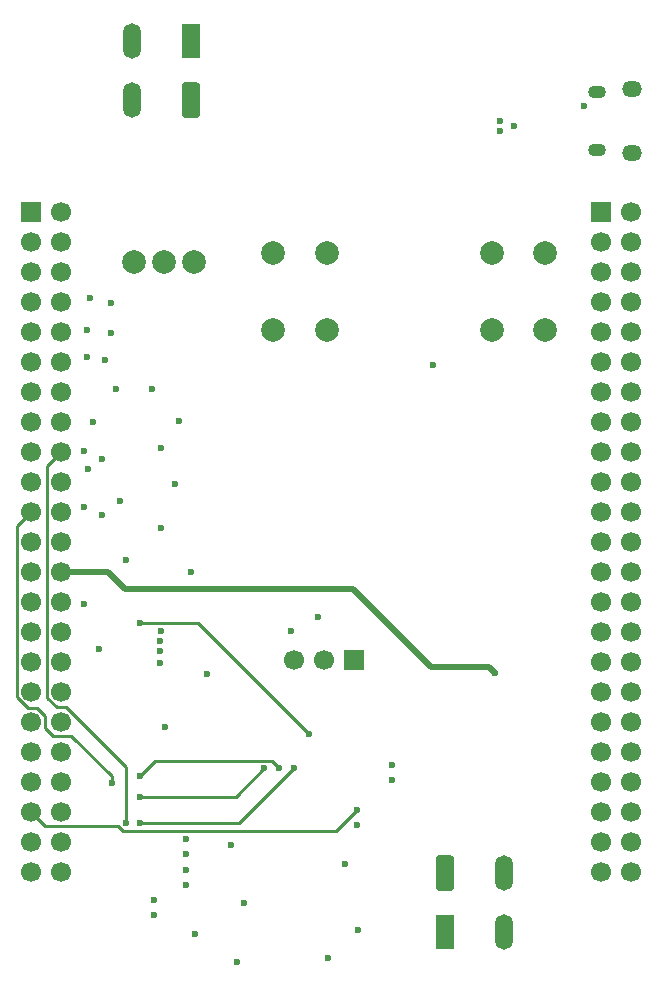
<source format=gbr>
%TF.GenerationSoftware,KiCad,Pcbnew,9.0.1+1*%
%TF.CreationDate,2025-11-21T01:45:49+00:00*%
%TF.ProjectId,com4bbb,636f6d34-6262-4622-9e6b-696361645f70,rev?*%
%TF.SameCoordinates,Original*%
%TF.FileFunction,Copper,L2,Inr*%
%TF.FilePolarity,Positive*%
%FSLAX46Y46*%
G04 Gerber Fmt 4.6, Leading zero omitted, Abs format (unit mm)*
G04 Created by KiCad (PCBNEW 9.0.1+1) date 2025-11-21 01:45:49*
%MOMM*%
%LPD*%
G01*
G04 APERTURE LIST*
G04 Aperture macros list*
%AMRoundRect*
0 Rectangle with rounded corners*
0 $1 Rounding radius*
0 $2 $3 $4 $5 $6 $7 $8 $9 X,Y pos of 4 corners*
0 Add a 4 corners polygon primitive as box body*
4,1,4,$2,$3,$4,$5,$6,$7,$8,$9,$2,$3,0*
0 Add four circle primitives for the rounded corners*
1,1,$1+$1,$2,$3*
1,1,$1+$1,$4,$5*
1,1,$1+$1,$6,$7*
1,1,$1+$1,$8,$9*
0 Add four rect primitives between the rounded corners*
20,1,$1+$1,$2,$3,$4,$5,0*
20,1,$1+$1,$4,$5,$6,$7,0*
20,1,$1+$1,$6,$7,$8,$9,0*
20,1,$1+$1,$8,$9,$2,$3,0*%
G04 Aperture macros list end*
%TA.AperFunction,ComponentPad*%
%ADD10R,1.700000X1.700000*%
%TD*%
%TA.AperFunction,ComponentPad*%
%ADD11C,1.700000*%
%TD*%
%TA.AperFunction,ComponentPad*%
%ADD12RoundRect,0.250001X-0.499999X-1.249999X0.499999X-1.249999X0.499999X1.249999X-0.499999X1.249999X0*%
%TD*%
%TA.AperFunction,ComponentPad*%
%ADD13R,1.500000X3.000000*%
%TD*%
%TA.AperFunction,ComponentPad*%
%ADD14O,1.500000X3.000000*%
%TD*%
%TA.AperFunction,ComponentPad*%
%ADD15C,2.000000*%
%TD*%
%TA.AperFunction,ComponentPad*%
%ADD16RoundRect,0.250001X0.499999X1.249999X-0.499999X1.249999X-0.499999X-1.249999X0.499999X-1.249999X0*%
%TD*%
%TA.AperFunction,HeatsinkPad*%
%ADD17O,1.700000X1.350000*%
%TD*%
%TA.AperFunction,HeatsinkPad*%
%ADD18O,1.500000X1.100000*%
%TD*%
%TA.AperFunction,ViaPad*%
%ADD19C,0.600000*%
%TD*%
%TA.AperFunction,Conductor*%
%ADD20C,0.250000*%
%TD*%
%TA.AperFunction,Conductor*%
%ADD21C,0.500000*%
%TD*%
G04 APERTURE END LIST*
D10*
%TO.N,GNDD*%
%TO.C,P8*%
X164630100Y-62382400D03*
D11*
X167170100Y-62382400D03*
%TO.N,unconnected-(P8-Pin_3-Pad3)*%
X164630100Y-64922400D03*
%TO.N,unconnected-(P8-Pin_4-Pad4)*%
X167170100Y-64922400D03*
%TO.N,unconnected-(P8-Pin_5-Pad5)*%
X164630100Y-67462400D03*
%TO.N,unconnected-(P8-Pin_6-Pad6)*%
X167170100Y-67462400D03*
%TO.N,/LED0*%
X164630100Y-70002400D03*
%TO.N,/LED1*%
X167170100Y-70002400D03*
%TO.N,/LED2*%
X164630100Y-72542400D03*
%TO.N,/LED3*%
X167170100Y-72542400D03*
%TO.N,/LED4*%
X164630100Y-75082400D03*
%TO.N,/LED5*%
X167170100Y-75082400D03*
%TO.N,/LED6*%
X164630100Y-77622400D03*
%TO.N,/LED7*%
X167170100Y-77622400D03*
%TO.N,/LED8*%
X164630100Y-80162400D03*
%TO.N,/LED9*%
X167170100Y-80162400D03*
%TO.N,/LED10*%
X164630100Y-82702400D03*
%TO.N,/LED11*%
X167170100Y-82702400D03*
%TO.N,/LED12*%
X164630100Y-85242400D03*
%TO.N,unconnected-(P8-Pin_20-Pad20)*%
X167170100Y-85242400D03*
%TO.N,unconnected-(P8-Pin_21-Pad21)*%
X164630100Y-87782400D03*
%TO.N,unconnected-(P8-Pin_22-Pad22)*%
X167170100Y-87782400D03*
%TO.N,unconnected-(P8-Pin_23-Pad23)*%
X164630100Y-90322400D03*
%TO.N,unconnected-(P8-Pin_24-Pad24)*%
X167170100Y-90322400D03*
%TO.N,unconnected-(P8-Pin_25-Pad25)*%
X164630100Y-92862400D03*
%TO.N,unconnected-(P8-Pin_26-Pad26)*%
X167170100Y-92862400D03*
%TO.N,unconnected-(P8-Pin_27-Pad27)*%
X164630100Y-95402400D03*
%TO.N,unconnected-(P8-Pin_28-Pad28)*%
X167170100Y-95402400D03*
%TO.N,unconnected-(P8-Pin_29-Pad29)*%
X164630100Y-97942400D03*
%TO.N,unconnected-(P8-Pin_30-Pad30)*%
X167170100Y-97942400D03*
%TO.N,unconnected-(P8-Pin_31-Pad31)*%
X164630100Y-100482400D03*
%TO.N,unconnected-(P8-Pin_32-Pad32)*%
X167170100Y-100482400D03*
%TO.N,unconnected-(P8-Pin_33-Pad33)*%
X164630100Y-103022400D03*
%TO.N,unconnected-(P8-Pin_34-Pad34)*%
X167170100Y-103022400D03*
%TO.N,unconnected-(P8-Pin_35-Pad35)*%
X164630100Y-105562400D03*
%TO.N,unconnected-(P8-Pin_36-Pad36)*%
X167170100Y-105562400D03*
%TO.N,unconnected-(P8-Pin_37-Pad37)*%
X164630100Y-108102400D03*
%TO.N,unconnected-(P8-Pin_38-Pad38)*%
X167170100Y-108102400D03*
%TO.N,unconnected-(P8-Pin_39-Pad39)*%
X164630100Y-110642400D03*
%TO.N,unconnected-(P8-Pin_40-Pad40)*%
X167170100Y-110642400D03*
%TO.N,unconnected-(P8-Pin_41-Pad41)*%
X164630100Y-113182400D03*
%TO.N,unconnected-(P8-Pin_42-Pad42)*%
X167170100Y-113182400D03*
%TO.N,unconnected-(P8-Pin_43-Pad43)*%
X164630100Y-115722400D03*
%TO.N,unconnected-(P8-Pin_44-Pad44)*%
X167170100Y-115722400D03*
%TO.N,unconnected-(P8-Pin_45-Pad45)*%
X164630100Y-118262400D03*
%TO.N,unconnected-(P8-Pin_46-Pad46)*%
X167170100Y-118262400D03*
%TD*%
D10*
%TO.N,GNDD*%
%TO.C,P9*%
X116370100Y-62382400D03*
D11*
X118910100Y-62382400D03*
%TO.N,+3V3*%
X116370100Y-64922400D03*
X118910100Y-64922400D03*
%TO.N,+5V*%
X116370100Y-67462400D03*
X118910100Y-67462400D03*
%TO.N,SYS_5V*%
X116370100Y-70002400D03*
X118910100Y-70002400D03*
%TO.N,PWR_BUT*%
X116370100Y-72542400D03*
%TO.N,SYS_RESETN*%
X118910100Y-72542400D03*
%TO.N,/UART4_RXD*%
X116370100Y-75082400D03*
%TO.N,/GPIO_60*%
X118910100Y-75082400D03*
%TO.N,/UART4_TXD*%
X116370100Y-77622400D03*
%TO.N,unconnected-(P9-Pin_14-Pad14)*%
X118910100Y-77622400D03*
%TO.N,/GPIO_48*%
X116370100Y-80162400D03*
%TO.N,unconnected-(P9-Pin_16-Pad16)*%
X118910100Y-80162400D03*
%TO.N,/SPI0_CS0*%
X116370100Y-82702400D03*
%TO.N,/SPI0_D1*%
X118910100Y-82702400D03*
%TO.N,/SCL*%
X116370100Y-85242400D03*
%TO.N,/SDA*%
X118910100Y-85242400D03*
%TO.N,/SPI0_D0*%
X116370100Y-87782400D03*
%TO.N,/SPI0_SCLK*%
X118910100Y-87782400D03*
%TO.N,unconnected-(P9-Pin_23-Pad23)*%
X116370100Y-90322400D03*
%TO.N,/UART1_TXD*%
X118910100Y-90322400D03*
%TO.N,unconnected-(P9-Pin_25-Pad25)*%
X116370100Y-92862400D03*
%TO.N,/UART1_RXD*%
X118910100Y-92862400D03*
%TO.N,/GPIO_125*%
X116370100Y-95402400D03*
%TO.N,unconnected-(P9-Pin_28-Pad28)*%
X118910100Y-95402400D03*
%TO.N,unconnected-(P9-Pin_29-Pad29)*%
X116370100Y-97942400D03*
%TO.N,/GPIO_122*%
X118910100Y-97942400D03*
%TO.N,unconnected-(P9-Pin_31-Pad31)*%
X116370100Y-100482400D03*
%TO.N,VDD_ADC*%
X118910100Y-100482400D03*
%TO.N,unconnected-(P9-Pin_33-Pad33)*%
X116370100Y-103022400D03*
%TO.N,GNDA_ADC*%
X118910100Y-103022400D03*
%TO.N,unconnected-(P9-Pin_35-Pad35)*%
X116370100Y-105562400D03*
%TO.N,unconnected-(P9-Pin_36-Pad36)*%
X118910100Y-105562400D03*
%TO.N,unconnected-(P9-Pin_37-Pad37)*%
X116370100Y-108102400D03*
%TO.N,unconnected-(P9-Pin_38-Pad38)*%
X118910100Y-108102400D03*
%TO.N,unconnected-(P9-Pin_39-Pad39)*%
X116370100Y-110642400D03*
%TO.N,unconnected-(P9-Pin_40-Pad40)*%
X118910100Y-110642400D03*
%TO.N,/GPIO_20*%
X116370100Y-113182400D03*
%TO.N,unconnected-(P9-Pin_42-Pad42)*%
X118910100Y-113182400D03*
%TO.N,GNDD*%
X116370100Y-115722400D03*
X118910100Y-115722400D03*
X116370100Y-118262400D03*
X118910100Y-118262400D03*
%TD*%
D12*
%TO.N,Net-(J101-Pin_1)*%
%TO.C,J101*%
X151370100Y-118382400D03*
D13*
X151370100Y-123382400D03*
D14*
%TO.N,Net-(J101-Pin_2)*%
X156370100Y-118382400D03*
X156370100Y-123382400D03*
%TD*%
D15*
%TO.N,SYS_RESETN*%
%TO.C,SW101*%
X155370100Y-72382400D03*
X155370100Y-65882400D03*
%TO.N,GNDD*%
X159870100Y-72382400D03*
X159870100Y-65882400D03*
%TD*%
%TO.N,PWR_BUT*%
%TO.C,SW102*%
X136870100Y-72382400D03*
X136870100Y-65882400D03*
%TO.N,GNDD*%
X141370100Y-72382400D03*
X141370100Y-65882400D03*
%TD*%
D16*
%TO.N,GNDD*%
%TO.C,J102*%
X129870100Y-52882400D03*
D13*
X129870100Y-47882400D03*
D14*
%TO.N,Net-(D114-A)*%
X124870100Y-52882400D03*
X124870100Y-47882400D03*
%TD*%
D15*
%TO.N,Net-(D114-K)*%
%TO.C,U102*%
X130160100Y-66632400D03*
%TO.N,GNDD*%
X127620100Y-66632400D03*
%TO.N,+5V*%
X125080100Y-66632400D03*
%TD*%
D17*
%TO.N,Net-(J201-Shield)*%
%TO.C,J201*%
X167250100Y-57412400D03*
D18*
X164250100Y-57102400D03*
X164250100Y-52262400D03*
D17*
X167250100Y-51952400D03*
%TD*%
D10*
%TO.N,/ESP32/~{RST}*%
%TO.C,JP203*%
X143670100Y-100282400D03*
D11*
%TO.N,Net-(JP203-C)*%
X141130100Y-100282400D03*
%TO.N,/GPIO_125*%
X138590100Y-100282400D03*
%TD*%
D19*
%TO.N,GNDD*%
X133770100Y-125882400D03*
X122620100Y-74882400D03*
X130270100Y-123482400D03*
X129870100Y-92882400D03*
X121370100Y-69632400D03*
X128870100Y-80082400D03*
X128570100Y-85382400D03*
X123120100Y-70132400D03*
X127245100Y-99582400D03*
X163170100Y-53382400D03*
X120870100Y-95582400D03*
X120870100Y-82632400D03*
X120870100Y-87382400D03*
X121120100Y-72382400D03*
X141470100Y-125582400D03*
X123870100Y-86882400D03*
X124370100Y-91882400D03*
X123120100Y-72632400D03*
X134370100Y-120882400D03*
X121170100Y-84182400D03*
X121120100Y-74632400D03*
X140670100Y-96682400D03*
X157270100Y-55082400D03*
X133270100Y-115982400D03*
X122070100Y-99382400D03*
X121620100Y-80132400D03*
X138370100Y-97882400D03*
X142970100Y-117582400D03*
%TO.N,+3V3*%
X150370100Y-75382400D03*
X127370100Y-97828400D03*
X127370100Y-82382400D03*
X127370100Y-89132400D03*
%TO.N,/SPI0_D1*%
X124370100Y-114132400D03*
%TO.N,/SPI0_D0*%
X123170099Y-110772399D03*
%TO.N,/GPIO_60*%
X143970100Y-114282400D03*
%TO.N,/SPI0_CS0*%
X139870100Y-106582400D03*
X125544100Y-97203400D03*
%TO.N,/SPI0_SCLK*%
X125537012Y-110162188D03*
X137370100Y-109482400D03*
%TO.N,/UART1_RXD*%
X155620100Y-101382400D03*
%TO.N,/GPIO_20*%
X143970100Y-112982400D03*
%TO.N,/ESP32/TCK*%
X129470100Y-115482400D03*
X127245100Y-98682400D03*
%TO.N,/ESP32/TDI*%
X129470100Y-118082400D03*
X127696100Y-105982400D03*
%TO.N,/ESP32/TDO*%
X131270100Y-101482400D03*
X129470100Y-116782400D03*
%TO.N,/ESP32/TMS*%
X127245100Y-100582400D03*
X129470100Y-119382400D03*
%TO.N,Net-(JP104-A)*%
X122385100Y-88017400D03*
X122370100Y-83282400D03*
%TO.N,Net-(JP201-C)*%
X123570100Y-77382400D03*
X126770100Y-121882400D03*
%TO.N,Net-(JP202-C)*%
X126620100Y-77382400D03*
X126770100Y-120682400D03*
%TO.N,Net-(JP203-C)*%
X144070100Y-123182400D03*
%TO.N,Net-(JP204-C)*%
X138570100Y-109482400D03*
X125544100Y-114133400D03*
%TO.N,Net-(JP205-C)*%
X125544100Y-111882400D03*
X136070100Y-109482400D03*
%TO.N,/ESP32/D+*%
X146870100Y-109182400D03*
X156070100Y-54657400D03*
%TO.N,/ESP32/D-*%
X156070100Y-55507400D03*
X146870100Y-110482400D03*
%TD*%
D20*
%TO.N,/SPI0_D1*%
X124370100Y-114132400D02*
X124370100Y-109359284D01*
X117734100Y-103509516D02*
X117734100Y-83878400D01*
X118506984Y-104282400D02*
X117734100Y-103509516D01*
X119293216Y-104282400D02*
X118506984Y-104282400D01*
X117734100Y-83878400D02*
X118910100Y-82702400D01*
X124370100Y-109359284D02*
X119293216Y-104282400D01*
%TO.N,/SPI0_D0*%
X115170100Y-103485516D02*
X115170100Y-88982400D01*
X123170099Y-110182399D02*
X119726100Y-106738400D01*
X116857216Y-104386400D02*
X116070984Y-104386400D01*
X123170099Y-110772399D02*
X123170099Y-110182399D01*
X116070984Y-104386400D02*
X115170100Y-103485516D01*
X117546100Y-105075284D02*
X116857216Y-104386400D01*
X115170100Y-88982400D02*
X116370100Y-87782400D01*
X117546100Y-106049516D02*
X117546100Y-105075284D01*
X118234984Y-106738400D02*
X117546100Y-106049516D01*
X119726100Y-106738400D02*
X118234984Y-106738400D01*
%TO.N,/SPI0_CS0*%
X130491100Y-97203400D02*
X139870100Y-106582400D01*
X125544100Y-97203400D02*
X130491100Y-97203400D01*
%TO.N,/SPI0_SCLK*%
X125537012Y-110162188D02*
X126842800Y-108856400D01*
X126842800Y-108856400D02*
X136744100Y-108856400D01*
X136744100Y-108856400D02*
X137370100Y-109482400D01*
D21*
%TO.N,/UART1_RXD*%
X150215149Y-100880796D02*
X155118496Y-100880796D01*
X155118496Y-100880796D02*
X155620100Y-101382400D01*
X118910100Y-92862400D02*
X122850100Y-92862400D01*
X143616753Y-94282400D02*
X150215149Y-100880796D01*
X122850100Y-92862400D02*
X124270100Y-94282400D01*
X124270100Y-94282400D02*
X143616753Y-94282400D01*
D20*
%TO.N,/GPIO_20*%
X124110802Y-114758400D02*
X142194100Y-114758400D01*
X142194100Y-114758400D02*
X143970100Y-112982400D01*
X117546100Y-114358400D02*
X123710802Y-114358400D01*
X123710802Y-114358400D02*
X124110802Y-114758400D01*
X116370100Y-113182400D02*
X117546100Y-114358400D01*
%TO.N,Net-(JP204-C)*%
X133919100Y-114133400D02*
X138570100Y-109482400D01*
X125544100Y-114133400D02*
X133919100Y-114133400D01*
%TO.N,Net-(JP205-C)*%
X125544100Y-111882400D02*
X133670100Y-111882400D01*
X133670100Y-111882400D02*
X136070100Y-109482400D01*
%TD*%
M02*

</source>
